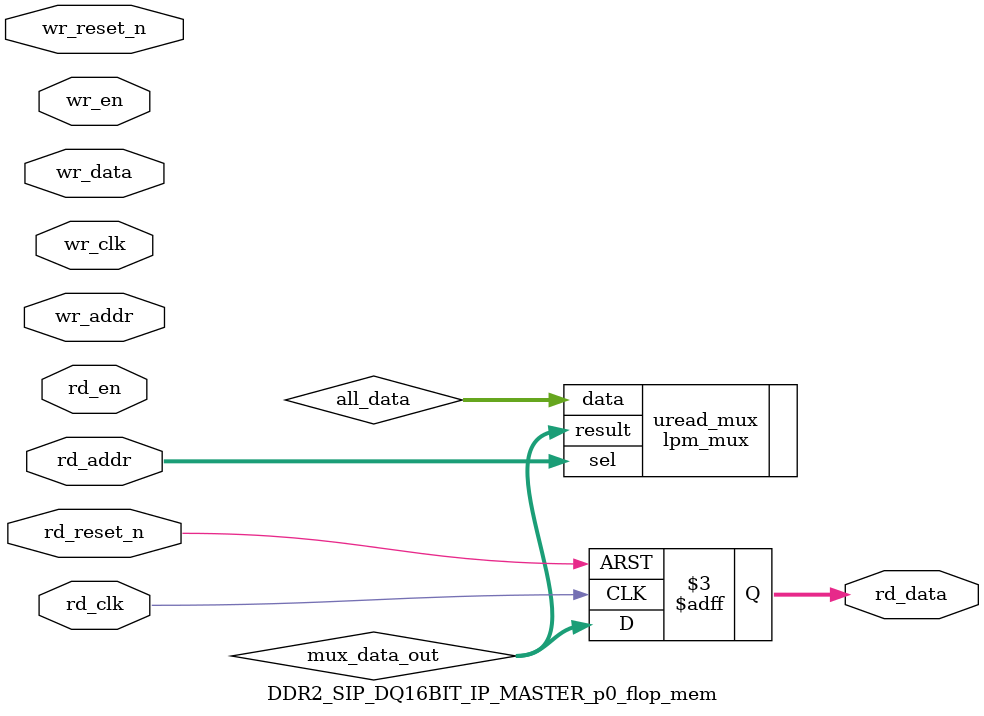
<source format=v>



`timescale 1 ps / 1 ps

(* altera_attribute = "-name ALLOW_SYNCH_CTRL_USAGE ON;-name AUTO_CLOCK_ENABLE_RECOGNITION ON" *)
module DDR2_SIP_DQ16BIT_IP_MASTER_p0_flop_mem(
	wr_reset_n,
	wr_clk,
	wr_en,
	wr_addr,
	wr_data,
	rd_reset_n,
	rd_clk,
	rd_en,
	rd_addr,
	rd_data
);

parameter WRITE_MEM_DEPTH	= "";
parameter WRITE_ADDR_WIDTH	= "";
parameter WRITE_DATA_WIDTH	= "";
parameter READ_MEM_DEPTH	= "";
parameter READ_ADDR_WIDTH	= "";		 
parameter READ_DATA_WIDTH	= "";


input	wr_reset_n;
input	wr_clk;
input	wr_en;
input	[WRITE_ADDR_WIDTH-1:0] wr_addr;
input	[WRITE_DATA_WIDTH-1:0] wr_data;
input	rd_reset_n;
input	rd_clk;
input	rd_en;
input	[READ_ADDR_WIDTH-1:0] rd_addr;
output	[READ_DATA_WIDTH-1:0] rd_data;



wire	[WRITE_DATA_WIDTH*WRITE_MEM_DEPTH-1:0] all_data;
wire	[READ_DATA_WIDTH-1:0] mux_data_out;



// declare a memory with WRITE_MEM_DEPTH entries
// each entry contains a data size of WRITE_DATA_WIDTH
reg	[WRITE_DATA_WIDTH-1:0] data_stored [0:WRITE_MEM_DEPTH-1] /* synthesis syn_preserve = 1 */;
reg	[READ_DATA_WIDTH-1:0] rd_data;

generate
genvar entry;
	for (entry=0; entry < WRITE_MEM_DEPTH; entry=entry+1)
	begin: mem_location
		assign all_data[(WRITE_DATA_WIDTH*(entry+1)-1) : (WRITE_DATA_WIDTH*entry)] = data_stored[entry]; 
		
		always @(posedge wr_clk or negedge wr_reset_n)
		begin
			if (~wr_reset_n) begin
				data_stored[entry] <= {WRITE_DATA_WIDTH{1'b0}};
			end else begin
				if (wr_en) begin
					if (entry == wr_addr) begin
						data_stored[entry] <= wr_data;
					end
				end
			end
		end		
	end
endgenerate

// mux to select the correct output data based on read address
lpm_mux	uread_mux(
	.sel (rd_addr),
	.data (all_data),
	.result (mux_data_out)
	// synopsys translate_off
	,
	.aclr (),
	.clken (),
	.clock ()
	// synopsys translate_on
	);
 defparam uread_mux.lpm_size = READ_MEM_DEPTH;
 defparam uread_mux.lpm_type = "LPM_MUX";
 defparam uread_mux.lpm_width = READ_DATA_WIDTH;
 defparam uread_mux.lpm_widths = READ_ADDR_WIDTH;

always @(posedge rd_clk or negedge rd_reset_n)	
begin
	if (~rd_reset_n) begin
		rd_data <= {READ_DATA_WIDTH{1'b0}};
	end else begin
		rd_data <= mux_data_out;
	end
end

endmodule

</source>
